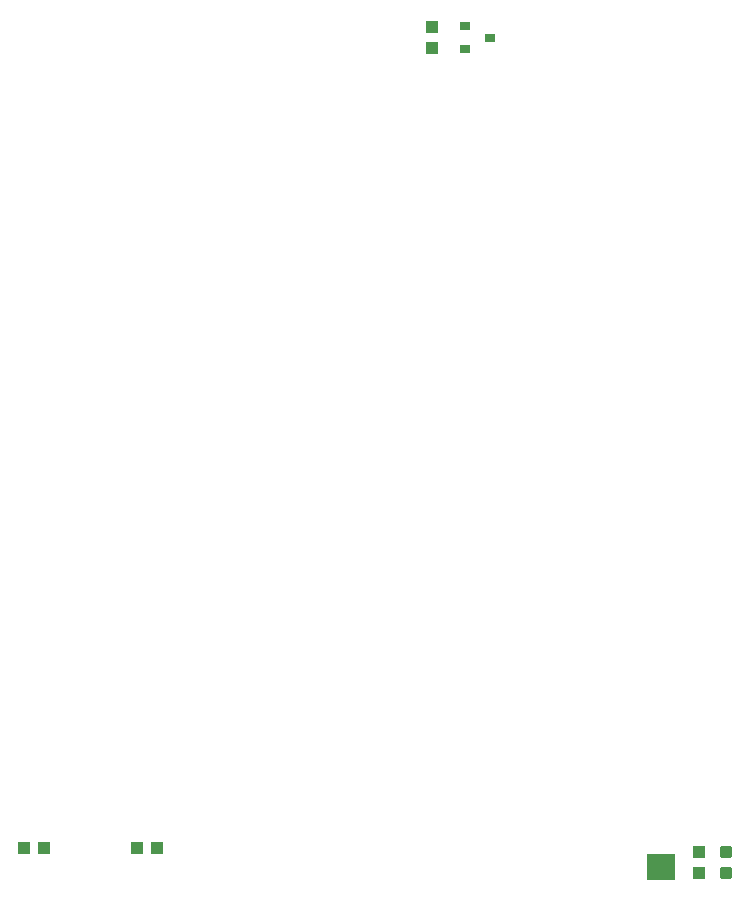
<source format=gbr>
G04 EAGLE Gerber RS-274X export*
G75*
%MOMM*%
%FSLAX34Y34*%
%LPD*%
%INSolderpaste Top*%
%IPPOS*%
%AMOC8*
5,1,8,0,0,1.08239X$1,22.5*%
G01*
%ADD10R,1.000000X1.100000*%
%ADD11R,0.900000X0.800000*%
%ADD12C,0.300000*%
%ADD13R,1.100000X1.000000*%
%ADD14R,0.635000X1.270000*%
%ADD15R,2.438400X2.286000*%


D10*
X759460Y207400D03*
X759460Y224400D03*
D11*
X561500Y923900D03*
X561500Y904900D03*
X582500Y914400D03*
D10*
X533400Y905900D03*
X533400Y922900D03*
D12*
X778820Y210630D02*
X785820Y210630D01*
X785820Y203630D01*
X778820Y203630D01*
X778820Y210630D01*
X778820Y206480D02*
X785820Y206480D01*
X785820Y209330D02*
X778820Y209330D01*
X778820Y228170D02*
X785820Y228170D01*
X785820Y221170D01*
X778820Y221170D01*
X778820Y228170D01*
X778820Y224020D02*
X785820Y224020D01*
X785820Y226870D02*
X778820Y226870D01*
D13*
X283600Y228600D03*
X300600Y228600D03*
X205350Y228600D03*
X188350Y228600D03*
D14*
X723591Y212090D03*
X731829Y212090D03*
D15*
X727710Y212090D03*
M02*

</source>
